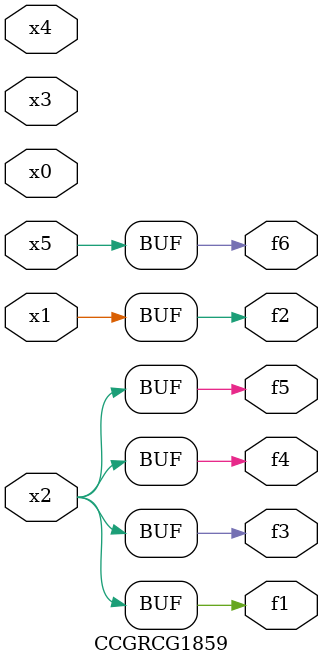
<source format=v>
module CCGRCG1859(
	input x0, x1, x2, x3, x4, x5,
	output f1, f2, f3, f4, f5, f6
);
	assign f1 = x2;
	assign f2 = x1;
	assign f3 = x2;
	assign f4 = x2;
	assign f5 = x2;
	assign f6 = x5;
endmodule

</source>
